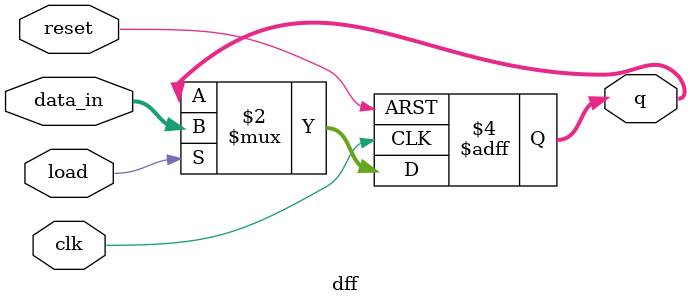
<source format=v>
module dff (
    input clk,
    input reset,
    input load,
    input [15:0] data_in,
    output reg [15:0] q
);

    always @(posedge clk or posedge reset) begin
        if (reset) begin
            q <= 16'b0;
        end else if (load) begin
            q <= data_in;
        end
    end

endmodule

</source>
